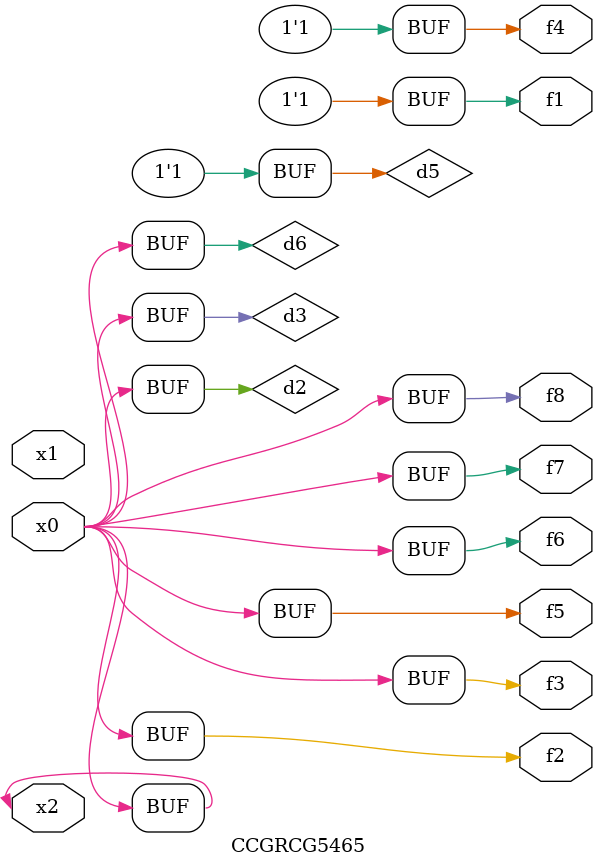
<source format=v>
module CCGRCG5465(
	input x0, x1, x2,
	output f1, f2, f3, f4, f5, f6, f7, f8
);

	wire d1, d2, d3, d4, d5, d6;

	xnor (d1, x2);
	buf (d2, x0, x2);
	and (d3, x0);
	xnor (d4, x1, x2);
	nand (d5, d1, d3);
	buf (d6, d2, d3);
	assign f1 = d5;
	assign f2 = d6;
	assign f3 = d6;
	assign f4 = d5;
	assign f5 = d6;
	assign f6 = d6;
	assign f7 = d6;
	assign f8 = d6;
endmodule

</source>
